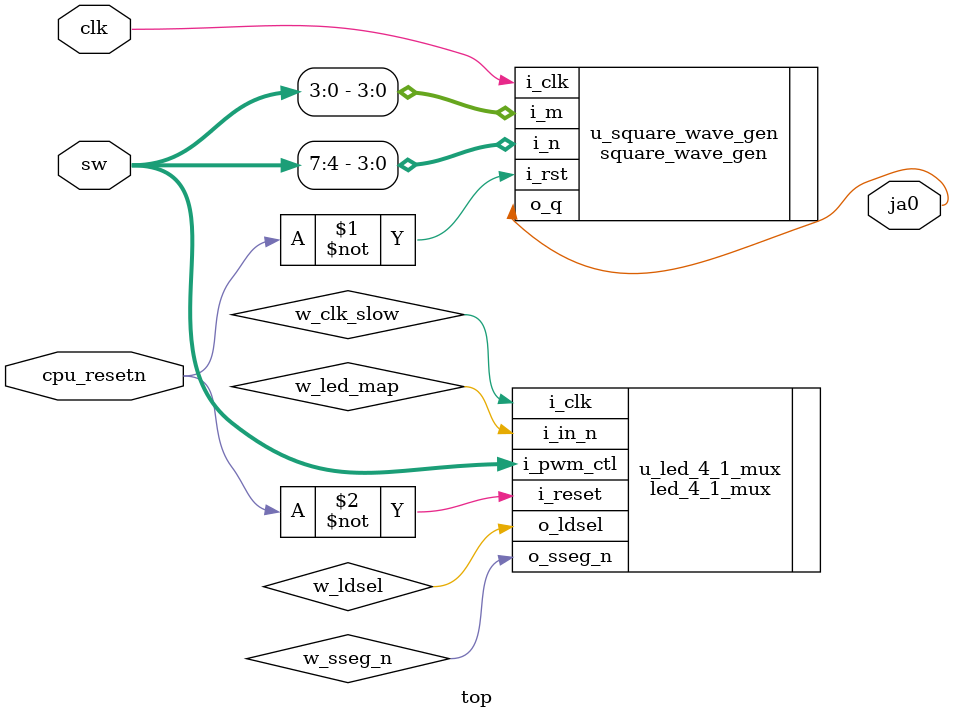
<source format=sv>
module top
    (
        input   logic clk,
        input   logic cpu_resetn,
        input   logic [7:0] sw,
        output  logic ja0
    );

    square_wave_gen u_square_wave_gen
        (.i_clk(clk), .i_rst(~cpu_resetn), .i_m(sw[3:0]),
         .i_n(sw[7:4]), .o_q(ja0));
    
    hex_to_sseg u_hex_to_sseg_LD1
        (.i_hex(w_s0), .i_dp(1'b0), .o_sseg_n(w_led_map[0]));

    hex_to_sseg u_hex_to_sseg_LD2
        (.i_hex(w_s1), .i_dp(1'b0), .o_sseg_n(w_led_map[1]));

    hex_to_sseg u_hex_to_sseg_LD3
        (.i_hex(w_s2), .i_dp(1'b1), .o_sseg_n(w_led_map[2]));

    hex_to_sseg u_hex_to_sseg_LD4
        (.i_hex(4'h0), .i_dp(1'b0), .o_sseg_n(w_led_map[3]));

    led_4_1_mux u_led_4_1_mux
        (.i_clk(w_clk_slow), .i_reset(~cpu_resetn), .i_pwm_ctl(sw),
         .i_in_n(w_led_map), .o_ldsel(w_ldsel), .o_sseg_n(w_sseg_n));

endmodule

</source>
